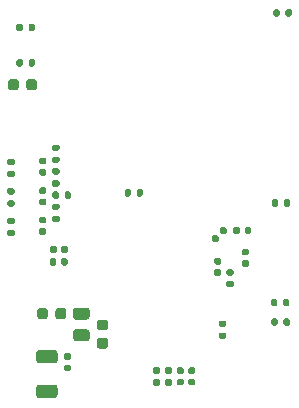
<source format=gbr>
%TF.GenerationSoftware,KiCad,Pcbnew,(5.1.9)-1*%
%TF.CreationDate,2021-05-05T16:58:35+02:00*%
%TF.ProjectId,Driverino,44726976-6572-4696-9e6f-2e6b69636164,rev?*%
%TF.SameCoordinates,Original*%
%TF.FileFunction,Paste,Bot*%
%TF.FilePolarity,Positive*%
%FSLAX46Y46*%
G04 Gerber Fmt 4.6, Leading zero omitted, Abs format (unit mm)*
G04 Created by KiCad (PCBNEW (5.1.9)-1) date 2021-05-05 16:58:35*
%MOMM*%
%LPD*%
G01*
G04 APERTURE LIST*
G04 APERTURE END LIST*
%TO.C,C1*%
G36*
G01*
X147720000Y-107750000D02*
X147380000Y-107750000D01*
G75*
G02*
X147240000Y-107610000I0J140000D01*
G01*
X147240000Y-107330000D01*
G75*
G02*
X147380000Y-107190000I140000J0D01*
G01*
X147720000Y-107190000D01*
G75*
G02*
X147860000Y-107330000I0J-140000D01*
G01*
X147860000Y-107610000D01*
G75*
G02*
X147720000Y-107750000I-140000J0D01*
G01*
G37*
G36*
G01*
X147720000Y-108710000D02*
X147380000Y-108710000D01*
G75*
G02*
X147240000Y-108570000I0J140000D01*
G01*
X147240000Y-108290000D01*
G75*
G02*
X147380000Y-108150000I140000J0D01*
G01*
X147720000Y-108150000D01*
G75*
G02*
X147860000Y-108290000I0J-140000D01*
G01*
X147860000Y-108570000D01*
G75*
G02*
X147720000Y-108710000I-140000J0D01*
G01*
G37*
%TD*%
%TO.C,C2*%
G36*
G01*
X148670000Y-107750000D02*
X148330000Y-107750000D01*
G75*
G02*
X148190000Y-107610000I0J140000D01*
G01*
X148190000Y-107330000D01*
G75*
G02*
X148330000Y-107190000I140000J0D01*
G01*
X148670000Y-107190000D01*
G75*
G02*
X148810000Y-107330000I0J-140000D01*
G01*
X148810000Y-107610000D01*
G75*
G02*
X148670000Y-107750000I-140000J0D01*
G01*
G37*
G36*
G01*
X148670000Y-108710000D02*
X148330000Y-108710000D01*
G75*
G02*
X148190000Y-108570000I0J140000D01*
G01*
X148190000Y-108290000D01*
G75*
G02*
X148330000Y-108150000I140000J0D01*
G01*
X148670000Y-108150000D01*
G75*
G02*
X148810000Y-108290000I0J-140000D01*
G01*
X148810000Y-108570000D01*
G75*
G02*
X148670000Y-108710000I-140000J0D01*
G01*
G37*
%TD*%
%TO.C,C3*%
G36*
G01*
X136975000Y-102887500D02*
X136975000Y-102387500D01*
G75*
G02*
X137200000Y-102162500I225000J0D01*
G01*
X137650000Y-102162500D01*
G75*
G02*
X137875000Y-102387500I0J-225000D01*
G01*
X137875000Y-102887500D01*
G75*
G02*
X137650000Y-103112500I-225000J0D01*
G01*
X137200000Y-103112500D01*
G75*
G02*
X136975000Y-102887500I0J225000D01*
G01*
G37*
G36*
G01*
X135425000Y-102887500D02*
X135425000Y-102387500D01*
G75*
G02*
X135650000Y-102162500I225000J0D01*
G01*
X136100000Y-102162500D01*
G75*
G02*
X136325000Y-102387500I0J-225000D01*
G01*
X136325000Y-102887500D01*
G75*
G02*
X136100000Y-103112500I-225000J0D01*
G01*
X135650000Y-103112500D01*
G75*
G02*
X135425000Y-102887500I0J225000D01*
G01*
G37*
%TD*%
%TO.C,C4*%
G36*
G01*
X141200000Y-105600000D02*
X140700000Y-105600000D01*
G75*
G02*
X140475000Y-105375000I0J225000D01*
G01*
X140475000Y-104925000D01*
G75*
G02*
X140700000Y-104700000I225000J0D01*
G01*
X141200000Y-104700000D01*
G75*
G02*
X141425000Y-104925000I0J-225000D01*
G01*
X141425000Y-105375000D01*
G75*
G02*
X141200000Y-105600000I-225000J0D01*
G01*
G37*
G36*
G01*
X141200000Y-104050000D02*
X140700000Y-104050000D01*
G75*
G02*
X140475000Y-103825000I0J225000D01*
G01*
X140475000Y-103375000D01*
G75*
G02*
X140700000Y-103150000I225000J0D01*
G01*
X141200000Y-103150000D01*
G75*
G02*
X141425000Y-103375000I0J-225000D01*
G01*
X141425000Y-103825000D01*
G75*
G02*
X141200000Y-104050000I-225000J0D01*
G01*
G37*
%TD*%
%TO.C,C5*%
G36*
G01*
X151580000Y-98875000D02*
X151920000Y-98875000D01*
G75*
G02*
X152060000Y-99015000I0J-140000D01*
G01*
X152060000Y-99295000D01*
G75*
G02*
X151920000Y-99435000I-140000J0D01*
G01*
X151580000Y-99435000D01*
G75*
G02*
X151440000Y-99295000I0J140000D01*
G01*
X151440000Y-99015000D01*
G75*
G02*
X151580000Y-98875000I140000J0D01*
G01*
G37*
G36*
G01*
X151580000Y-99835000D02*
X151920000Y-99835000D01*
G75*
G02*
X152060000Y-99975000I0J-140000D01*
G01*
X152060000Y-100255000D01*
G75*
G02*
X151920000Y-100395000I-140000J0D01*
G01*
X151580000Y-100395000D01*
G75*
G02*
X151440000Y-100255000I0J140000D01*
G01*
X151440000Y-99975000D01*
G75*
G02*
X151580000Y-99835000I140000J0D01*
G01*
G37*
%TD*%
%TO.C,C6*%
G36*
G01*
X136515000Y-97370000D02*
X136515000Y-97030000D01*
G75*
G02*
X136655000Y-96890000I140000J0D01*
G01*
X136935000Y-96890000D01*
G75*
G02*
X137075000Y-97030000I0J-140000D01*
G01*
X137075000Y-97370000D01*
G75*
G02*
X136935000Y-97510000I-140000J0D01*
G01*
X136655000Y-97510000D01*
G75*
G02*
X136515000Y-97370000I0J140000D01*
G01*
G37*
G36*
G01*
X137475000Y-97370000D02*
X137475000Y-97030000D01*
G75*
G02*
X137615000Y-96890000I140000J0D01*
G01*
X137895000Y-96890000D01*
G75*
G02*
X138035000Y-97030000I0J-140000D01*
G01*
X138035000Y-97370000D01*
G75*
G02*
X137895000Y-97510000I-140000J0D01*
G01*
X137615000Y-97510000D01*
G75*
G02*
X137475000Y-97370000I0J140000D01*
G01*
G37*
%TD*%
%TO.C,C7*%
G36*
G01*
X152880000Y-97140000D02*
X153220000Y-97140000D01*
G75*
G02*
X153360000Y-97280000I0J-140000D01*
G01*
X153360000Y-97560000D01*
G75*
G02*
X153220000Y-97700000I-140000J0D01*
G01*
X152880000Y-97700000D01*
G75*
G02*
X152740000Y-97560000I0J140000D01*
G01*
X152740000Y-97280000D01*
G75*
G02*
X152880000Y-97140000I140000J0D01*
G01*
G37*
G36*
G01*
X152880000Y-98100000D02*
X153220000Y-98100000D01*
G75*
G02*
X153360000Y-98240000I0J-140000D01*
G01*
X153360000Y-98520000D01*
G75*
G02*
X153220000Y-98660000I-140000J0D01*
G01*
X152880000Y-98660000D01*
G75*
G02*
X152740000Y-98520000I0J140000D01*
G01*
X152740000Y-98240000D01*
G75*
G02*
X152880000Y-98100000I140000J0D01*
G01*
G37*
%TD*%
%TO.C,C9*%
G36*
G01*
X150870000Y-99435000D02*
X150530000Y-99435000D01*
G75*
G02*
X150390000Y-99295000I0J140000D01*
G01*
X150390000Y-99015000D01*
G75*
G02*
X150530000Y-98875000I140000J0D01*
G01*
X150870000Y-98875000D01*
G75*
G02*
X151010000Y-99015000I0J-140000D01*
G01*
X151010000Y-99295000D01*
G75*
G02*
X150870000Y-99435000I-140000J0D01*
G01*
G37*
G36*
G01*
X150870000Y-98475000D02*
X150530000Y-98475000D01*
G75*
G02*
X150390000Y-98335000I0J140000D01*
G01*
X150390000Y-98055000D01*
G75*
G02*
X150530000Y-97915000I140000J0D01*
G01*
X150870000Y-97915000D01*
G75*
G02*
X151010000Y-98055000I0J-140000D01*
G01*
X151010000Y-98335000D01*
G75*
G02*
X150870000Y-98475000I-140000J0D01*
G01*
G37*
%TD*%
%TO.C,C12*%
G36*
G01*
X152040000Y-95770000D02*
X152040000Y-95430000D01*
G75*
G02*
X152180000Y-95290000I140000J0D01*
G01*
X152460000Y-95290000D01*
G75*
G02*
X152600000Y-95430000I0J-140000D01*
G01*
X152600000Y-95770000D01*
G75*
G02*
X152460000Y-95910000I-140000J0D01*
G01*
X152180000Y-95910000D01*
G75*
G02*
X152040000Y-95770000I0J140000D01*
G01*
G37*
G36*
G01*
X153000000Y-95770000D02*
X153000000Y-95430000D01*
G75*
G02*
X153140000Y-95290000I140000J0D01*
G01*
X153420000Y-95290000D01*
G75*
G02*
X153560000Y-95430000I0J-140000D01*
G01*
X153560000Y-95770000D01*
G75*
G02*
X153420000Y-95910000I-140000J0D01*
G01*
X153140000Y-95910000D01*
G75*
G02*
X153000000Y-95770000I0J140000D01*
G01*
G37*
%TD*%
%TO.C,C13*%
G36*
G01*
X151111629Y-95928787D02*
X150871213Y-95688371D01*
G75*
G02*
X150871213Y-95490381I98995J98995D01*
G01*
X151069203Y-95292391D01*
G75*
G02*
X151267193Y-95292391I98995J-98995D01*
G01*
X151507609Y-95532807D01*
G75*
G02*
X151507609Y-95730797I-98995J-98995D01*
G01*
X151309619Y-95928787D01*
G75*
G02*
X151111629Y-95928787I-98995J98995D01*
G01*
G37*
G36*
G01*
X150432807Y-96607609D02*
X150192391Y-96367193D01*
G75*
G02*
X150192391Y-96169203I98995J98995D01*
G01*
X150390381Y-95971213D01*
G75*
G02*
X150588371Y-95971213I98995J-98995D01*
G01*
X150828787Y-96211629D01*
G75*
G02*
X150828787Y-96409619I-98995J-98995D01*
G01*
X150630797Y-96607609D01*
G75*
G02*
X150432807Y-96607609I-98995J98995D01*
G01*
G37*
%TD*%
%TO.C,C14*%
G36*
G01*
X137450000Y-98420000D02*
X137450000Y-98080000D01*
G75*
G02*
X137590000Y-97940000I140000J0D01*
G01*
X137870000Y-97940000D01*
G75*
G02*
X138010000Y-98080000I0J-140000D01*
G01*
X138010000Y-98420000D01*
G75*
G02*
X137870000Y-98560000I-140000J0D01*
G01*
X137590000Y-98560000D01*
G75*
G02*
X137450000Y-98420000I0J140000D01*
G01*
G37*
G36*
G01*
X136490000Y-98420000D02*
X136490000Y-98080000D01*
G75*
G02*
X136630000Y-97940000I140000J0D01*
G01*
X136910000Y-97940000D01*
G75*
G02*
X137050000Y-98080000I0J-140000D01*
G01*
X137050000Y-98420000D01*
G75*
G02*
X136910000Y-98560000I-140000J0D01*
G01*
X136630000Y-98560000D01*
G75*
G02*
X136490000Y-98420000I0J140000D01*
G01*
G37*
%TD*%
%TO.C,C15*%
G36*
G01*
X136900001Y-109800000D02*
X135599999Y-109800000D01*
G75*
G02*
X135350000Y-109550001I0J249999D01*
G01*
X135350000Y-108899999D01*
G75*
G02*
X135599999Y-108650000I249999J0D01*
G01*
X136900001Y-108650000D01*
G75*
G02*
X137150000Y-108899999I0J-249999D01*
G01*
X137150000Y-109550001D01*
G75*
G02*
X136900001Y-109800000I-249999J0D01*
G01*
G37*
G36*
G01*
X136900001Y-106850000D02*
X135599999Y-106850000D01*
G75*
G02*
X135350000Y-106600001I0J249999D01*
G01*
X135350000Y-105949999D01*
G75*
G02*
X135599999Y-105700000I249999J0D01*
G01*
X136900001Y-105700000D01*
G75*
G02*
X137150000Y-105949999I0J-249999D01*
G01*
X137150000Y-106600001D01*
G75*
G02*
X136900001Y-106850000I-249999J0D01*
G01*
G37*
%TD*%
%TO.C,C16*%
G36*
G01*
X138170000Y-106550000D02*
X137830000Y-106550000D01*
G75*
G02*
X137690000Y-106410000I0J140000D01*
G01*
X137690000Y-106130000D01*
G75*
G02*
X137830000Y-105990000I140000J0D01*
G01*
X138170000Y-105990000D01*
G75*
G02*
X138310000Y-106130000I0J-140000D01*
G01*
X138310000Y-106410000D01*
G75*
G02*
X138170000Y-106550000I-140000J0D01*
G01*
G37*
G36*
G01*
X138170000Y-107510000D02*
X137830000Y-107510000D01*
G75*
G02*
X137690000Y-107370000I0J140000D01*
G01*
X137690000Y-107090000D01*
G75*
G02*
X137830000Y-106950000I140000J0D01*
G01*
X138170000Y-106950000D01*
G75*
G02*
X138310000Y-107090000I0J-140000D01*
G01*
X138310000Y-107370000D01*
G75*
G02*
X138170000Y-107510000I-140000J0D01*
G01*
G37*
%TD*%
%TO.C,C23*%
G36*
G01*
X134510000Y-83500000D02*
X134510000Y-83000000D01*
G75*
G02*
X134735000Y-82775000I225000J0D01*
G01*
X135185000Y-82775000D01*
G75*
G02*
X135410000Y-83000000I0J-225000D01*
G01*
X135410000Y-83500000D01*
G75*
G02*
X135185000Y-83725000I-225000J0D01*
G01*
X134735000Y-83725000D01*
G75*
G02*
X134510000Y-83500000I0J225000D01*
G01*
G37*
G36*
G01*
X132960000Y-83500000D02*
X132960000Y-83000000D01*
G75*
G02*
X133185000Y-82775000I225000J0D01*
G01*
X133635000Y-82775000D01*
G75*
G02*
X133860000Y-83000000I0J-225000D01*
G01*
X133860000Y-83500000D01*
G75*
G02*
X133635000Y-83725000I-225000J0D01*
G01*
X133185000Y-83725000D01*
G75*
G02*
X132960000Y-83500000I0J225000D01*
G01*
G37*
%TD*%
%TO.C,C24*%
G36*
G01*
X135730000Y-95400000D02*
X136070000Y-95400000D01*
G75*
G02*
X136210000Y-95540000I0J-140000D01*
G01*
X136210000Y-95820000D01*
G75*
G02*
X136070000Y-95960000I-140000J0D01*
G01*
X135730000Y-95960000D01*
G75*
G02*
X135590000Y-95820000I0J140000D01*
G01*
X135590000Y-95540000D01*
G75*
G02*
X135730000Y-95400000I140000J0D01*
G01*
G37*
G36*
G01*
X135730000Y-94440000D02*
X136070000Y-94440000D01*
G75*
G02*
X136210000Y-94580000I0J-140000D01*
G01*
X136210000Y-94860000D01*
G75*
G02*
X136070000Y-95000000I-140000J0D01*
G01*
X135730000Y-95000000D01*
G75*
G02*
X135590000Y-94860000I0J140000D01*
G01*
X135590000Y-94580000D01*
G75*
G02*
X135730000Y-94440000I140000J0D01*
G01*
G37*
%TD*%
%TO.C,C25*%
G36*
G01*
X135730000Y-91940000D02*
X136070000Y-91940000D01*
G75*
G02*
X136210000Y-92080000I0J-140000D01*
G01*
X136210000Y-92360000D01*
G75*
G02*
X136070000Y-92500000I-140000J0D01*
G01*
X135730000Y-92500000D01*
G75*
G02*
X135590000Y-92360000I0J140000D01*
G01*
X135590000Y-92080000D01*
G75*
G02*
X135730000Y-91940000I140000J0D01*
G01*
G37*
G36*
G01*
X135730000Y-92900000D02*
X136070000Y-92900000D01*
G75*
G02*
X136210000Y-93040000I0J-140000D01*
G01*
X136210000Y-93320000D01*
G75*
G02*
X136070000Y-93460000I-140000J0D01*
G01*
X135730000Y-93460000D01*
G75*
G02*
X135590000Y-93320000I0J140000D01*
G01*
X135590000Y-93040000D01*
G75*
G02*
X135730000Y-92900000I140000J0D01*
G01*
G37*
%TD*%
%TO.C,C26*%
G36*
G01*
X135730000Y-90400000D02*
X136070000Y-90400000D01*
G75*
G02*
X136210000Y-90540000I0J-140000D01*
G01*
X136210000Y-90820000D01*
G75*
G02*
X136070000Y-90960000I-140000J0D01*
G01*
X135730000Y-90960000D01*
G75*
G02*
X135590000Y-90820000I0J140000D01*
G01*
X135590000Y-90540000D01*
G75*
G02*
X135730000Y-90400000I140000J0D01*
G01*
G37*
G36*
G01*
X135730000Y-89440000D02*
X136070000Y-89440000D01*
G75*
G02*
X136210000Y-89580000I0J-140000D01*
G01*
X136210000Y-89860000D01*
G75*
G02*
X136070000Y-90000000I-140000J0D01*
G01*
X135730000Y-90000000D01*
G75*
G02*
X135590000Y-89860000I0J140000D01*
G01*
X135590000Y-89580000D01*
G75*
G02*
X135730000Y-89440000I140000J0D01*
G01*
G37*
%TD*%
%TO.C,D1*%
G36*
G01*
X145352500Y-107170000D02*
X145697500Y-107170000D01*
G75*
G02*
X145845000Y-107317500I0J-147500D01*
G01*
X145845000Y-107612500D01*
G75*
G02*
X145697500Y-107760000I-147500J0D01*
G01*
X145352500Y-107760000D01*
G75*
G02*
X145205000Y-107612500I0J147500D01*
G01*
X145205000Y-107317500D01*
G75*
G02*
X145352500Y-107170000I147500J0D01*
G01*
G37*
G36*
G01*
X145352500Y-108140000D02*
X145697500Y-108140000D01*
G75*
G02*
X145845000Y-108287500I0J-147500D01*
G01*
X145845000Y-108582500D01*
G75*
G02*
X145697500Y-108730000I-147500J0D01*
G01*
X145352500Y-108730000D01*
G75*
G02*
X145205000Y-108582500I0J147500D01*
G01*
X145205000Y-108287500D01*
G75*
G02*
X145352500Y-108140000I147500J0D01*
G01*
G37*
%TD*%
%TO.C,L1*%
G36*
G01*
X139612501Y-104975000D02*
X138712499Y-104975000D01*
G75*
G02*
X138462500Y-104725001I0J249999D01*
G01*
X138462500Y-104199999D01*
G75*
G02*
X138712499Y-103950000I249999J0D01*
G01*
X139612501Y-103950000D01*
G75*
G02*
X139862500Y-104199999I0J-249999D01*
G01*
X139862500Y-104725001D01*
G75*
G02*
X139612501Y-104975000I-249999J0D01*
G01*
G37*
G36*
G01*
X139612501Y-103150000D02*
X138712499Y-103150000D01*
G75*
G02*
X138462500Y-102900001I0J249999D01*
G01*
X138462500Y-102374999D01*
G75*
G02*
X138712499Y-102125000I249999J0D01*
G01*
X139612501Y-102125000D01*
G75*
G02*
X139862500Y-102374999I0J-249999D01*
G01*
X139862500Y-102900001D01*
G75*
G02*
X139612501Y-103150000I-249999J0D01*
G01*
G37*
%TD*%
%TO.C,R1*%
G36*
G01*
X146365000Y-107170000D02*
X146735000Y-107170000D01*
G75*
G02*
X146870000Y-107305000I0J-135000D01*
G01*
X146870000Y-107575000D01*
G75*
G02*
X146735000Y-107710000I-135000J0D01*
G01*
X146365000Y-107710000D01*
G75*
G02*
X146230000Y-107575000I0J135000D01*
G01*
X146230000Y-107305000D01*
G75*
G02*
X146365000Y-107170000I135000J0D01*
G01*
G37*
G36*
G01*
X146365000Y-108190000D02*
X146735000Y-108190000D01*
G75*
G02*
X146870000Y-108325000I0J-135000D01*
G01*
X146870000Y-108595000D01*
G75*
G02*
X146735000Y-108730000I-135000J0D01*
G01*
X146365000Y-108730000D01*
G75*
G02*
X146230000Y-108595000I0J135000D01*
G01*
X146230000Y-108325000D01*
G75*
G02*
X146365000Y-108190000I135000J0D01*
G01*
G37*
%TD*%
%TO.C,R2*%
G36*
G01*
X155210000Y-101885000D02*
X155210000Y-101515000D01*
G75*
G02*
X155345000Y-101380000I135000J0D01*
G01*
X155615000Y-101380000D01*
G75*
G02*
X155750000Y-101515000I0J-135000D01*
G01*
X155750000Y-101885000D01*
G75*
G02*
X155615000Y-102020000I-135000J0D01*
G01*
X155345000Y-102020000D01*
G75*
G02*
X155210000Y-101885000I0J135000D01*
G01*
G37*
G36*
G01*
X156230000Y-101885000D02*
X156230000Y-101515000D01*
G75*
G02*
X156365000Y-101380000I135000J0D01*
G01*
X156635000Y-101380000D01*
G75*
G02*
X156770000Y-101515000I0J-135000D01*
G01*
X156770000Y-101885000D01*
G75*
G02*
X156635000Y-102020000I-135000J0D01*
G01*
X156365000Y-102020000D01*
G75*
G02*
X156230000Y-101885000I0J135000D01*
G01*
G37*
%TD*%
%TO.C,R3*%
G36*
G01*
X155297500Y-93435000D02*
X155297500Y-93065000D01*
G75*
G02*
X155432500Y-92930000I135000J0D01*
G01*
X155702500Y-92930000D01*
G75*
G02*
X155837500Y-93065000I0J-135000D01*
G01*
X155837500Y-93435000D01*
G75*
G02*
X155702500Y-93570000I-135000J0D01*
G01*
X155432500Y-93570000D01*
G75*
G02*
X155297500Y-93435000I0J135000D01*
G01*
G37*
G36*
G01*
X156317500Y-93435000D02*
X156317500Y-93065000D01*
G75*
G02*
X156452500Y-92930000I135000J0D01*
G01*
X156722500Y-92930000D01*
G75*
G02*
X156857500Y-93065000I0J-135000D01*
G01*
X156857500Y-93435000D01*
G75*
G02*
X156722500Y-93570000I-135000J0D01*
G01*
X156452500Y-93570000D01*
G75*
G02*
X156317500Y-93435000I0J135000D01*
G01*
G37*
%TD*%
%TO.C,R11*%
G36*
G01*
X151305000Y-103760000D02*
X150935000Y-103760000D01*
G75*
G02*
X150800000Y-103625000I0J135000D01*
G01*
X150800000Y-103355000D01*
G75*
G02*
X150935000Y-103220000I135000J0D01*
G01*
X151305000Y-103220000D01*
G75*
G02*
X151440000Y-103355000I0J-135000D01*
G01*
X151440000Y-103625000D01*
G75*
G02*
X151305000Y-103760000I-135000J0D01*
G01*
G37*
G36*
G01*
X151305000Y-104780000D02*
X150935000Y-104780000D01*
G75*
G02*
X150800000Y-104645000I0J135000D01*
G01*
X150800000Y-104375000D01*
G75*
G02*
X150935000Y-104240000I135000J0D01*
G01*
X151305000Y-104240000D01*
G75*
G02*
X151440000Y-104375000I0J-135000D01*
G01*
X151440000Y-104645000D01*
G75*
G02*
X151305000Y-104780000I-135000J0D01*
G01*
G37*
%TD*%
%TO.C,R18*%
G36*
G01*
X134210000Y-78215000D02*
X134210000Y-78585000D01*
G75*
G02*
X134075000Y-78720000I-135000J0D01*
G01*
X133805000Y-78720000D01*
G75*
G02*
X133670000Y-78585000I0J135000D01*
G01*
X133670000Y-78215000D01*
G75*
G02*
X133805000Y-78080000I135000J0D01*
G01*
X134075000Y-78080000D01*
G75*
G02*
X134210000Y-78215000I0J-135000D01*
G01*
G37*
G36*
G01*
X135230000Y-78215000D02*
X135230000Y-78585000D01*
G75*
G02*
X135095000Y-78720000I-135000J0D01*
G01*
X134825000Y-78720000D01*
G75*
G02*
X134690000Y-78585000I0J135000D01*
G01*
X134690000Y-78215000D01*
G75*
G02*
X134825000Y-78080000I135000J0D01*
G01*
X135095000Y-78080000D01*
G75*
G02*
X135230000Y-78215000I0J-135000D01*
G01*
G37*
%TD*%
%TO.C,R19*%
G36*
G01*
X156267500Y-103535000D02*
X156267500Y-103165000D01*
G75*
G02*
X156402500Y-103030000I135000J0D01*
G01*
X156672500Y-103030000D01*
G75*
G02*
X156807500Y-103165000I0J-135000D01*
G01*
X156807500Y-103535000D01*
G75*
G02*
X156672500Y-103670000I-135000J0D01*
G01*
X156402500Y-103670000D01*
G75*
G02*
X156267500Y-103535000I0J135000D01*
G01*
G37*
G36*
G01*
X155247500Y-103535000D02*
X155247500Y-103165000D01*
G75*
G02*
X155382500Y-103030000I135000J0D01*
G01*
X155652500Y-103030000D01*
G75*
G02*
X155787500Y-103165000I0J-135000D01*
G01*
X155787500Y-103535000D01*
G75*
G02*
X155652500Y-103670000I-135000J0D01*
G01*
X155382500Y-103670000D01*
G75*
G02*
X155247500Y-103535000I0J135000D01*
G01*
G37*
%TD*%
%TO.C,R20*%
G36*
G01*
X155420000Y-77360000D02*
X155420000Y-76990000D01*
G75*
G02*
X155555000Y-76855000I135000J0D01*
G01*
X155825000Y-76855000D01*
G75*
G02*
X155960000Y-76990000I0J-135000D01*
G01*
X155960000Y-77360000D01*
G75*
G02*
X155825000Y-77495000I-135000J0D01*
G01*
X155555000Y-77495000D01*
G75*
G02*
X155420000Y-77360000I0J135000D01*
G01*
G37*
G36*
G01*
X156440000Y-77360000D02*
X156440000Y-76990000D01*
G75*
G02*
X156575000Y-76855000I135000J0D01*
G01*
X156845000Y-76855000D01*
G75*
G02*
X156980000Y-76990000I0J-135000D01*
G01*
X156980000Y-77360000D01*
G75*
G02*
X156845000Y-77495000I-135000J0D01*
G01*
X156575000Y-77495000D01*
G75*
G02*
X156440000Y-77360000I0J135000D01*
G01*
G37*
%TD*%
%TO.C,R21*%
G36*
G01*
X134210000Y-81215000D02*
X134210000Y-81585000D01*
G75*
G02*
X134075000Y-81720000I-135000J0D01*
G01*
X133805000Y-81720000D01*
G75*
G02*
X133670000Y-81585000I0J135000D01*
G01*
X133670000Y-81215000D01*
G75*
G02*
X133805000Y-81080000I135000J0D01*
G01*
X134075000Y-81080000D01*
G75*
G02*
X134210000Y-81215000I0J-135000D01*
G01*
G37*
G36*
G01*
X135230000Y-81215000D02*
X135230000Y-81585000D01*
G75*
G02*
X135095000Y-81720000I-135000J0D01*
G01*
X134825000Y-81720000D01*
G75*
G02*
X134690000Y-81585000I0J135000D01*
G01*
X134690000Y-81215000D01*
G75*
G02*
X134825000Y-81080000I135000J0D01*
G01*
X135095000Y-81080000D01*
G75*
G02*
X135230000Y-81215000I0J-135000D01*
G01*
G37*
%TD*%
%TO.C,R22*%
G36*
G01*
X143840000Y-92585000D02*
X143840000Y-92215000D01*
G75*
G02*
X143975000Y-92080000I135000J0D01*
G01*
X144245000Y-92080000D01*
G75*
G02*
X144380000Y-92215000I0J-135000D01*
G01*
X144380000Y-92585000D01*
G75*
G02*
X144245000Y-92720000I-135000J0D01*
G01*
X143975000Y-92720000D01*
G75*
G02*
X143840000Y-92585000I0J135000D01*
G01*
G37*
G36*
G01*
X142820000Y-92585000D02*
X142820000Y-92215000D01*
G75*
G02*
X142955000Y-92080000I135000J0D01*
G01*
X143225000Y-92080000D01*
G75*
G02*
X143360000Y-92215000I0J-135000D01*
G01*
X143360000Y-92585000D01*
G75*
G02*
X143225000Y-92720000I-135000J0D01*
G01*
X142955000Y-92720000D01*
G75*
G02*
X142820000Y-92585000I0J135000D01*
G01*
G37*
%TD*%
%TO.C,R23*%
G36*
G01*
X137740000Y-92785000D02*
X137740000Y-92415000D01*
G75*
G02*
X137875000Y-92280000I135000J0D01*
G01*
X138145000Y-92280000D01*
G75*
G02*
X138280000Y-92415000I0J-135000D01*
G01*
X138280000Y-92785000D01*
G75*
G02*
X138145000Y-92920000I-135000J0D01*
G01*
X137875000Y-92920000D01*
G75*
G02*
X137740000Y-92785000I0J135000D01*
G01*
G37*
G36*
G01*
X136720000Y-92785000D02*
X136720000Y-92415000D01*
G75*
G02*
X136855000Y-92280000I135000J0D01*
G01*
X137125000Y-92280000D01*
G75*
G02*
X137260000Y-92415000I0J-135000D01*
G01*
X137260000Y-92785000D01*
G75*
G02*
X137125000Y-92920000I-135000J0D01*
G01*
X136855000Y-92920000D01*
G75*
G02*
X136720000Y-92785000I0J135000D01*
G01*
G37*
%TD*%
%TO.C,R24*%
G36*
G01*
X136815000Y-93320000D02*
X137185000Y-93320000D01*
G75*
G02*
X137320000Y-93455000I0J-135000D01*
G01*
X137320000Y-93725000D01*
G75*
G02*
X137185000Y-93860000I-135000J0D01*
G01*
X136815000Y-93860000D01*
G75*
G02*
X136680000Y-93725000I0J135000D01*
G01*
X136680000Y-93455000D01*
G75*
G02*
X136815000Y-93320000I135000J0D01*
G01*
G37*
G36*
G01*
X136815000Y-94340000D02*
X137185000Y-94340000D01*
G75*
G02*
X137320000Y-94475000I0J-135000D01*
G01*
X137320000Y-94745000D01*
G75*
G02*
X137185000Y-94880000I-135000J0D01*
G01*
X136815000Y-94880000D01*
G75*
G02*
X136680000Y-94745000I0J135000D01*
G01*
X136680000Y-94475000D01*
G75*
G02*
X136815000Y-94340000I135000J0D01*
G01*
G37*
%TD*%
%TO.C,R25*%
G36*
G01*
X133385000Y-96080000D02*
X133015000Y-96080000D01*
G75*
G02*
X132880000Y-95945000I0J135000D01*
G01*
X132880000Y-95675000D01*
G75*
G02*
X133015000Y-95540000I135000J0D01*
G01*
X133385000Y-95540000D01*
G75*
G02*
X133520000Y-95675000I0J-135000D01*
G01*
X133520000Y-95945000D01*
G75*
G02*
X133385000Y-96080000I-135000J0D01*
G01*
G37*
G36*
G01*
X133385000Y-95060000D02*
X133015000Y-95060000D01*
G75*
G02*
X132880000Y-94925000I0J135000D01*
G01*
X132880000Y-94655000D01*
G75*
G02*
X133015000Y-94520000I135000J0D01*
G01*
X133385000Y-94520000D01*
G75*
G02*
X133520000Y-94655000I0J-135000D01*
G01*
X133520000Y-94925000D01*
G75*
G02*
X133385000Y-95060000I-135000J0D01*
G01*
G37*
%TD*%
%TO.C,R27*%
G36*
G01*
X137185000Y-90860000D02*
X136815000Y-90860000D01*
G75*
G02*
X136680000Y-90725000I0J135000D01*
G01*
X136680000Y-90455000D01*
G75*
G02*
X136815000Y-90320000I135000J0D01*
G01*
X137185000Y-90320000D01*
G75*
G02*
X137320000Y-90455000I0J-135000D01*
G01*
X137320000Y-90725000D01*
G75*
G02*
X137185000Y-90860000I-135000J0D01*
G01*
G37*
G36*
G01*
X137185000Y-91880000D02*
X136815000Y-91880000D01*
G75*
G02*
X136680000Y-91745000I0J135000D01*
G01*
X136680000Y-91475000D01*
G75*
G02*
X136815000Y-91340000I135000J0D01*
G01*
X137185000Y-91340000D01*
G75*
G02*
X137320000Y-91475000I0J-135000D01*
G01*
X137320000Y-91745000D01*
G75*
G02*
X137185000Y-91880000I-135000J0D01*
G01*
G37*
%TD*%
%TO.C,R28*%
G36*
G01*
X133385000Y-92560000D02*
X133015000Y-92560000D01*
G75*
G02*
X132880000Y-92425000I0J135000D01*
G01*
X132880000Y-92155000D01*
G75*
G02*
X133015000Y-92020000I135000J0D01*
G01*
X133385000Y-92020000D01*
G75*
G02*
X133520000Y-92155000I0J-135000D01*
G01*
X133520000Y-92425000D01*
G75*
G02*
X133385000Y-92560000I-135000J0D01*
G01*
G37*
G36*
G01*
X133385000Y-93580000D02*
X133015000Y-93580000D01*
G75*
G02*
X132880000Y-93445000I0J135000D01*
G01*
X132880000Y-93175000D01*
G75*
G02*
X133015000Y-93040000I135000J0D01*
G01*
X133385000Y-93040000D01*
G75*
G02*
X133520000Y-93175000I0J-135000D01*
G01*
X133520000Y-93445000D01*
G75*
G02*
X133385000Y-93580000I-135000J0D01*
G01*
G37*
%TD*%
%TO.C,R29*%
G36*
G01*
X136815000Y-88320000D02*
X137185000Y-88320000D01*
G75*
G02*
X137320000Y-88455000I0J-135000D01*
G01*
X137320000Y-88725000D01*
G75*
G02*
X137185000Y-88860000I-135000J0D01*
G01*
X136815000Y-88860000D01*
G75*
G02*
X136680000Y-88725000I0J135000D01*
G01*
X136680000Y-88455000D01*
G75*
G02*
X136815000Y-88320000I135000J0D01*
G01*
G37*
G36*
G01*
X136815000Y-89340000D02*
X137185000Y-89340000D01*
G75*
G02*
X137320000Y-89475000I0J-135000D01*
G01*
X137320000Y-89745000D01*
G75*
G02*
X137185000Y-89880000I-135000J0D01*
G01*
X136815000Y-89880000D01*
G75*
G02*
X136680000Y-89745000I0J135000D01*
G01*
X136680000Y-89475000D01*
G75*
G02*
X136815000Y-89340000I135000J0D01*
G01*
G37*
%TD*%
%TO.C,R30*%
G36*
G01*
X133385000Y-90060000D02*
X133015000Y-90060000D01*
G75*
G02*
X132880000Y-89925000I0J135000D01*
G01*
X132880000Y-89655000D01*
G75*
G02*
X133015000Y-89520000I135000J0D01*
G01*
X133385000Y-89520000D01*
G75*
G02*
X133520000Y-89655000I0J-135000D01*
G01*
X133520000Y-89925000D01*
G75*
G02*
X133385000Y-90060000I-135000J0D01*
G01*
G37*
G36*
G01*
X133385000Y-91080000D02*
X133015000Y-91080000D01*
G75*
G02*
X132880000Y-90945000I0J135000D01*
G01*
X132880000Y-90675000D01*
G75*
G02*
X133015000Y-90540000I135000J0D01*
G01*
X133385000Y-90540000D01*
G75*
G02*
X133520000Y-90675000I0J-135000D01*
G01*
X133520000Y-90945000D01*
G75*
G02*
X133385000Y-91080000I-135000J0D01*
G01*
G37*
%TD*%
M02*

</source>
